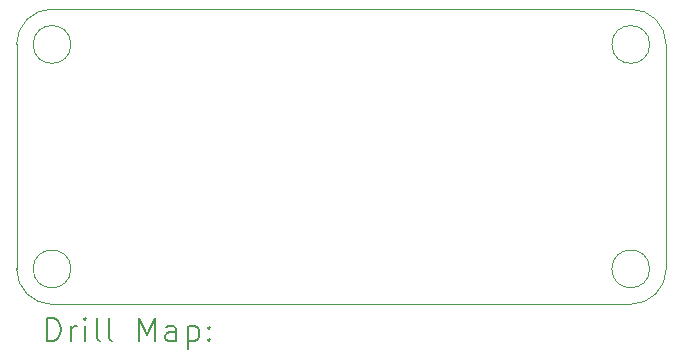
<source format=gbr>
%TF.GenerationSoftware,KiCad,Pcbnew,8.0.5*%
%TF.CreationDate,2025-06-04T17:28:25+09:00*%
%TF.ProjectId,e-con_hub,652d636f-6e5f-4687-9562-2e6b69636164,rev?*%
%TF.SameCoordinates,Original*%
%TF.FileFunction,Drillmap*%
%TF.FilePolarity,Positive*%
%FSLAX45Y45*%
G04 Gerber Fmt 4.5, Leading zero omitted, Abs format (unit mm)*
G04 Created by KiCad (PCBNEW 8.0.5) date 2025-06-04 17:28:25*
%MOMM*%
%LPD*%
G01*
G04 APERTURE LIST*
%ADD10C,0.050000*%
%ADD11C,0.200000*%
G04 APERTURE END LIST*
D10*
X18200000Y-10500000D02*
G75*
G02*
X17900000Y-10800000I-300000J0D01*
G01*
X17900000Y-8300000D02*
G75*
G02*
X18200000Y-8600000I0J-300000D01*
G01*
X12700000Y-8600000D02*
G75*
G02*
X13000000Y-8300000I300000J0D01*
G01*
X13000000Y-10800000D02*
G75*
G02*
X12700000Y-10500000I0J300000D01*
G01*
X17900000Y-10800000D02*
X13000000Y-10800000D01*
X18200000Y-8600000D02*
X18200000Y-10500000D01*
X13160000Y-8600000D02*
G75*
G02*
X12840000Y-8600000I-160000J0D01*
G01*
X12840000Y-8600000D02*
G75*
G02*
X13160000Y-8600000I160000J0D01*
G01*
X12700000Y-10500000D02*
X12700000Y-8600000D01*
X13000000Y-8300000D02*
X17900000Y-8300000D01*
X13160000Y-10500000D02*
G75*
G02*
X12840000Y-10500000I-160000J0D01*
G01*
X12840000Y-10500000D02*
G75*
G02*
X13160000Y-10500000I160000J0D01*
G01*
X18060000Y-8600000D02*
G75*
G02*
X17740000Y-8600000I-160000J0D01*
G01*
X17740000Y-8600000D02*
G75*
G02*
X18060000Y-8600000I160000J0D01*
G01*
X18060000Y-10500000D02*
G75*
G02*
X17740000Y-10500000I-160000J0D01*
G01*
X17740000Y-10500000D02*
G75*
G02*
X18060000Y-10500000I160000J0D01*
G01*
D11*
X12958277Y-11113984D02*
X12958277Y-10913984D01*
X12958277Y-10913984D02*
X13005896Y-10913984D01*
X13005896Y-10913984D02*
X13034467Y-10923508D01*
X13034467Y-10923508D02*
X13053515Y-10942555D01*
X13053515Y-10942555D02*
X13063039Y-10961603D01*
X13063039Y-10961603D02*
X13072562Y-10999698D01*
X13072562Y-10999698D02*
X13072562Y-11028270D01*
X13072562Y-11028270D02*
X13063039Y-11066365D01*
X13063039Y-11066365D02*
X13053515Y-11085412D01*
X13053515Y-11085412D02*
X13034467Y-11104460D01*
X13034467Y-11104460D02*
X13005896Y-11113984D01*
X13005896Y-11113984D02*
X12958277Y-11113984D01*
X13158277Y-11113984D02*
X13158277Y-10980650D01*
X13158277Y-11018746D02*
X13167801Y-10999698D01*
X13167801Y-10999698D02*
X13177324Y-10990174D01*
X13177324Y-10990174D02*
X13196372Y-10980650D01*
X13196372Y-10980650D02*
X13215420Y-10980650D01*
X13282086Y-11113984D02*
X13282086Y-10980650D01*
X13282086Y-10913984D02*
X13272562Y-10923508D01*
X13272562Y-10923508D02*
X13282086Y-10933031D01*
X13282086Y-10933031D02*
X13291610Y-10923508D01*
X13291610Y-10923508D02*
X13282086Y-10913984D01*
X13282086Y-10913984D02*
X13282086Y-10933031D01*
X13405896Y-11113984D02*
X13386848Y-11104460D01*
X13386848Y-11104460D02*
X13377324Y-11085412D01*
X13377324Y-11085412D02*
X13377324Y-10913984D01*
X13510658Y-11113984D02*
X13491610Y-11104460D01*
X13491610Y-11104460D02*
X13482086Y-11085412D01*
X13482086Y-11085412D02*
X13482086Y-10913984D01*
X13739229Y-11113984D02*
X13739229Y-10913984D01*
X13739229Y-10913984D02*
X13805896Y-11056841D01*
X13805896Y-11056841D02*
X13872562Y-10913984D01*
X13872562Y-10913984D02*
X13872562Y-11113984D01*
X14053515Y-11113984D02*
X14053515Y-11009222D01*
X14053515Y-11009222D02*
X14043991Y-10990174D01*
X14043991Y-10990174D02*
X14024943Y-10980650D01*
X14024943Y-10980650D02*
X13986848Y-10980650D01*
X13986848Y-10980650D02*
X13967801Y-10990174D01*
X14053515Y-11104460D02*
X14034467Y-11113984D01*
X14034467Y-11113984D02*
X13986848Y-11113984D01*
X13986848Y-11113984D02*
X13967801Y-11104460D01*
X13967801Y-11104460D02*
X13958277Y-11085412D01*
X13958277Y-11085412D02*
X13958277Y-11066365D01*
X13958277Y-11066365D02*
X13967801Y-11047317D01*
X13967801Y-11047317D02*
X13986848Y-11037793D01*
X13986848Y-11037793D02*
X14034467Y-11037793D01*
X14034467Y-11037793D02*
X14053515Y-11028270D01*
X14148753Y-10980650D02*
X14148753Y-11180650D01*
X14148753Y-10990174D02*
X14167801Y-10980650D01*
X14167801Y-10980650D02*
X14205896Y-10980650D01*
X14205896Y-10980650D02*
X14224943Y-10990174D01*
X14224943Y-10990174D02*
X14234467Y-10999698D01*
X14234467Y-10999698D02*
X14243991Y-11018746D01*
X14243991Y-11018746D02*
X14243991Y-11075889D01*
X14243991Y-11075889D02*
X14234467Y-11094936D01*
X14234467Y-11094936D02*
X14224943Y-11104460D01*
X14224943Y-11104460D02*
X14205896Y-11113984D01*
X14205896Y-11113984D02*
X14167801Y-11113984D01*
X14167801Y-11113984D02*
X14148753Y-11104460D01*
X14329705Y-11094936D02*
X14339229Y-11104460D01*
X14339229Y-11104460D02*
X14329705Y-11113984D01*
X14329705Y-11113984D02*
X14320182Y-11104460D01*
X14320182Y-11104460D02*
X14329705Y-11094936D01*
X14329705Y-11094936D02*
X14329705Y-11113984D01*
X14329705Y-10990174D02*
X14339229Y-10999698D01*
X14339229Y-10999698D02*
X14329705Y-11009222D01*
X14329705Y-11009222D02*
X14320182Y-10999698D01*
X14320182Y-10999698D02*
X14329705Y-10990174D01*
X14329705Y-10990174D02*
X14329705Y-11009222D01*
M02*

</source>
